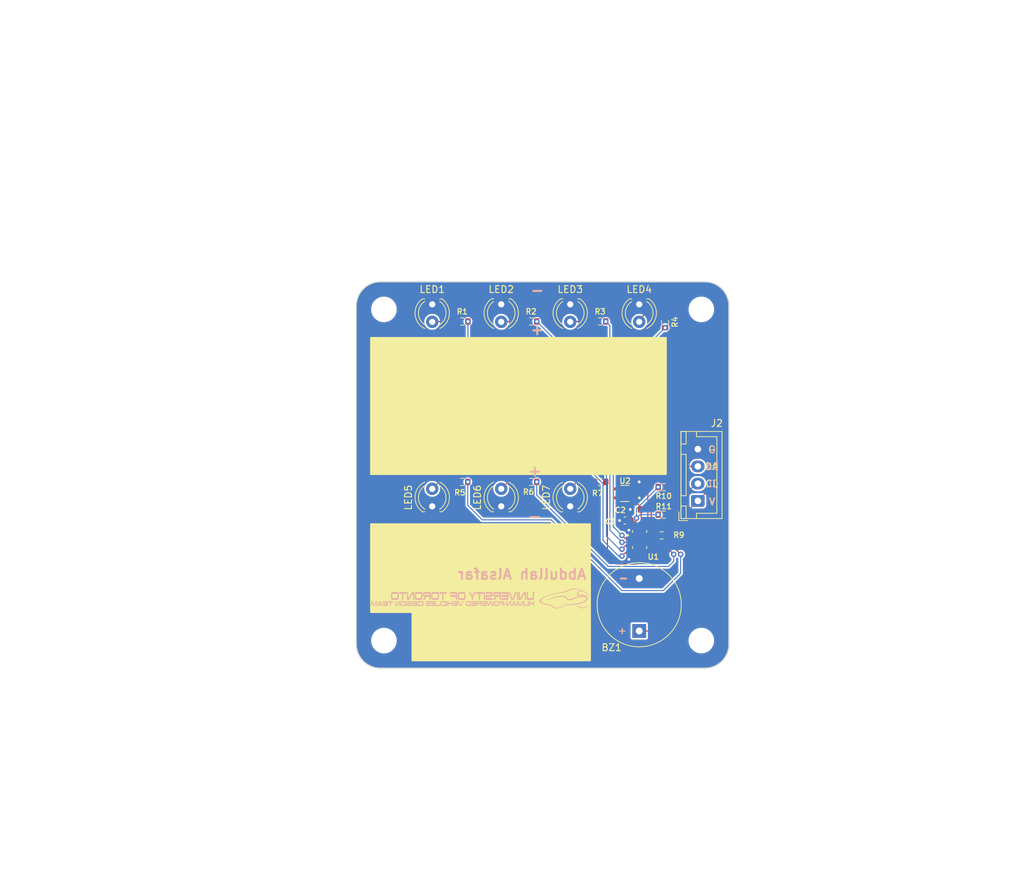
<source format=kicad_pcb>
(kicad_pcb (version 20241229) (generator "pcbnew") (generator_version "9.0")
  (layers (0 "F.Cu" signal) (2 "B.Cu" signal) (13 "F.Paste" user) (15 "B.Paste" user) (5 "F.SilkS" user "F.Silkscreen") (7 "B.SilkS" user "B.Silkscreen") (1 "F.Mask" user) (3 "B.Mask" user) (25 "Edge.Cuts" user))
  (net 0 "")
  (net 1 "BUZ")
  (net 2 "GND")
  (net 3 "+5V")
  (net 4 "Net-(LED1-A)")
  (net 5 "SDA")
  (net 6 "SCL")
  (net 7 "+3V3")
  (net 8 "Net-(LED2-A)")
  (net 9 "Net-(LED3-A)")
  (net 10 "Net-(LED4-A)")
  (net 11 "Net-(LED5-A)")
  (net 12 "Net-(LED6-A)")
  (net 13 "Net-(LED7-A)")
  (net 14 "LED1")
  (net 15 "LED2")
  (net 16 "LED3")
  (net 17 "LED4")
  (net 18 "LED5")
  (net 19 "LED6")
  (net 20 "LED7")
  (net 21 "Net-(U1-~{INT})")
  (footprint "Resistor_SMD:R_0603_1608Metric" (layer "F.Cu") (at 115.35 88.75)
    (property "Reference" "R1" (at 0 -1.43 0) (layer "F.SilkS") (effects (font (size 0.8 0.8))))
    (property "Value" "430")
    (pad "1" smd roundrect (at -0.825 0) (size 0.8 0.95) (layers "F.Cu" "F.Mask" "F.Paste") (net 4 "Net-(LED1-A)"))
    (pad "2" smd roundrect (at 0.825 0) (size 0.8 0.95) (layers "F.Cu" "F.Mask" "F.Paste") (net 14 "LED1"))
  )
  (footprint "LED_THT:LED_D4.0mm" (layer "F.Cu") (at 121 115.54 90)
    (property "Reference" "LED6" (at 1.27 -3.46 90) (layer "F.SilkS"))
    (property "Value" "LED")
    (pad "1" thru_hole rect (at 0 0 90) (size 1.8 1.8) (drill 0.9) (layers "*.Cu" "*.Mask") (net 2 "GND"))
    (pad "2" thru_hole circle (at 2.54 0 90) (size 1.8 1.8) (drill 0.9) (layers "*.Cu" "*.Mask") (net 12 "Net-(LED6-A)"))
  )
  (footprint "Capacitor_SMD:C_0603_1608Metric" (layer "F.Cu") (at 140.475 116 180)
    (property "Reference" "C2" (at 2.225 -0.1 0) (layer "F.SilkS") (effects (font (size 0.8 0.8))))
    (property "Value" "0.1uF")
    (pad "1" smd roundrect (at -0.775 0 180) (size 0.9 0.95) (layers "F.Cu" "F.Mask" "F.Paste") (net 3 "+5V"))
    (pad "2" smd roundrect (at 0.775 0 180) (size 0.9 0.95) (layers "F.Cu" "F.Mask" "F.Paste") (net 2 "GND"))
  )
  (footprint "MountingHole:MountingHole_3.2mm_M3" (layer "F.Cu") (at 150 135)
    (property "Reference" "REF**" (hide yes))
    (property "Value" "MountingHole_3.2mm_M3")
    (pad "" np_thru_hole circle (at 0 0) (size 3.2 3.2) (drill 3.2) (layers "*.Cu" "*.Mask"))
  )
  (footprint "Resistor_SMD:R_0603_1608Metric" (layer "F.Cu") (at 125.325 88.75)
    (property "Reference" "R2" (at 0 -1.43 0) (layer "F.SilkS") (effects (font (size 0.8 0.8))))
    (property "Value" "430")
    (pad "1" smd roundrect (at -0.825 0) (size 0.8 0.95) (layers "F.Cu" "F.Mask" "F.Paste") (net 8 "Net-(LED2-A)"))
    (pad "2" smd roundrect (at 0.825 0) (size 0.8 0.95) (layers "F.Cu" "F.Mask" "F.Paste") (net 15 "LED2"))
  )
  (footprint "TLV70033DCKR:SOT65P210X110-5N" (layer "F.Cu") (at 138.918312 113.669838 180)
    (property "Reference" "U2" (at -0.031688 1.819838 0) (layer "F.SilkS") (effects (font (size 0.8 0.8))))
    (property "Value" "TLV70033DCKR")
    (pad "1" smd roundrect (at -0.96 -0.65 180) (size 1.19 0.4) (layers "F.Cu" "F.Mask" "F.Paste") (roundrect_rratio 0.125) (net 3 "+5V"))
    (pad "2" smd roundrect (at -0.96 0 180) (size 1.19 0.4) (layers "F.Cu" "F.Mask" "F.Paste") (roundrect_rratio 0.125) (net 2 "GND"))
    (pad "3" smd roundrect (at -0.96 0.65 180) (size 1.19 0.4) (layers "F.Cu" "F.Mask" "F.Paste") (roundrect_rratio 0.125) (net 3 "+5V"))
    (pad "4" smd roundrect (at 0.96 0.65 180) (size 1.19 0.4) (layers "F.Cu" "F.Mask" "F.Paste") (roundrect_rratio 0.125))
    (pad "5" smd roundrect (at 0.96 -0.65 180) (size 1.19 0.4) (layers "F.Cu" "F.Mask" "F.Paste") (roundrect_rratio 0.125) (net 7 "+3V3"))
  )
  (footprint "LED_THT:LED_D4.0mm" (layer "F.Cu") (at 111 86.26 -90)
    (property "Reference" "LED1" (at -2.16 0 180) (layer "F.SilkS"))
    (property "Value" "LED")
    (pad "1" thru_hole rect (at 0 0 270) (size 1.8 1.8) (drill 0.9) (layers "*.Cu" "*.Mask") (net 2 "GND"))
    (pad "2" thru_hole circle (at 2.54 0 270) (size 1.8 1.8) (drill 0.9) (layers "*.Cu" "*.Mask") (net 4 "Net-(LED1-A)"))
  )
  (footprint "LED_THT:LED_D4.0mm" (layer "F.Cu") (at 111 115.54 90)
    (property "Reference" "LED5" (at 1.27 -3.46 90) (layer "F.SilkS"))
    (property "Value" "LED")
    (pad "1" thru_hole rect (at 0 0 90) (size 1.8 1.8) (drill 0.9) (layers "*.Cu" "*.Mask") (net 2 "GND"))
    (pad "2" thru_hole circle (at 2.54 0 90) (size 1.8 1.8) (drill 0.9) (layers "*.Cu" "*.Mask") (net 11 "Net-(LED5-A)"))
  )
  (footprint "Buzzer_Beeper:Buzzer_12x9.5RM7.6" (layer "F.Cu") (at 141 133.6 90)
    (property "Reference" "BZ1" (at -2.4 -4 180) (layer "F.SilkS"))
    (property "Value" "Buzzer")
    (fp_text user "+" (at -0.01 -2.54 90) (layer "B.SilkS"))
    (pad "1" thru_hole rect (at 0 0 90) (size 2 2) (drill 1) (layers "*.Cu" "*.Mask") (net 1 "BUZ"))
    (pad "2" thru_hole circle (at 7.6 0 90) (size 2 2) (drill 1) (layers "*.Cu" "*.Mask") (net 2 "GND"))
  )
  (footprint "Capacitor_SMD:C_0603_1608Metric" (layer "F.Cu") (at 138.925 117.6 180)
    (property "Reference" "C1" (at 2.025 -0.15 0) (layer "F.SilkS") (effects (font (size 0.8 0.8))))
    (property "Value" "0.1uF")
    (pad "1" smd roundrect (at -0.775 0 180) (size 0.9 0.95) (layers "F.Cu" "F.Mask" "F.Paste") (net 7 "+3V3"))
    (pad "2" smd roundrect (at 0.775 0 180) (size 0.9 0.95) (layers "F.Cu" "F.Mask" "F.Paste") (net 2 "GND"))
  )
  (footprint "Resistor_SMD:R_0603_1608Metric" (layer "F.Cu") (at 125.325 112)
    (property "Reference" "R6" (at -0.375 1.45 0) (layer "F.SilkS") (effects (font (size 0.8 0.8))))
    (property "Value" "430")
    (pad "1" smd roundrect (at -0.825 0) (size 0.8 0.95) (layers "F.Cu" "F.Mask" "F.Paste") (net 12 "Net-(LED6-A)"))
    (pad "2" smd roundrect (at 0.825 0) (size 0.8 0.95) (layers "F.Cu" "F.Mask" "F.Paste") (net 19 "LED6"))
  )
  (footprint "LED_THT:LED_D4.0mm" (layer "F.Cu") (at 131 115.54 90)
    (property "Reference" "LED7" (at 1.27 -3.46 90) (layer "F.SilkS"))
    (property "Value" "LED")
    (pad "1" thru_hole rect (at 0 0 90) (size 1.8 1.8) (drill 0.9) (layers "*.Cu" "*.Mask") (net 2 "GND"))
    (pad "2" thru_hole circle (at 2.54 0 90) (size 1.8 1.8) (drill 0.9) (layers "*.Cu" "*.Mask") (net 13 "Net-(LED7-A)"))
  )
  (footprint "MountingHole:MountingHole_3.2mm_M3" (layer "F.Cu") (at 150 87)
    (property "Reference" "REF**" (hide yes))
    (property "Value" "MountingHole_3.2mm_M3")
    (pad "" np_thru_hole circle (at 0 0) (size 3.2 3.2) (drill 3.2) (layers "*.Cu" "*.Mask"))
  )
  (footprint "Resistor_SMD:R_0603_1608Metric" (layer "F.Cu") (at 115.325 112)
    (property "Reference" "R5" (at -0.325 1.55 0) (layer "F.SilkS") (effects (font (size 0.8 0.8))))
    (property "Value" "430")
    (pad "1" smd roundrect (at -0.825 0) (size 0.8 0.95) (layers "F.Cu" "F.Mask" "F.Paste") (net 11 "Net-(LED5-A)"))
    (pad "2" smd roundrect (at 0.825 0) (size 0.8 0.95) (layers "F.Cu" "F.Mask" "F.Paste") (net 18 "LED5"))
  )
  (footprint "MountingHole:MountingHole_3.2mm_M3" (layer "F.Cu") (at 104 87)
    (property "Reference" "REF**" (hide yes))
    (property "Value" "MountingHole_3.2mm_M3")
    (pad "" np_thru_hole circle (at 0 0) (size 3.2 3.2) (drill 3.2) (layers "*.Cu" "*.Mask"))
  )
  (footprint "TCA6408ARSVR:QFN40P180X260X55-16N" (layer "F.Cu") (at 141.062512 120.338142)
    (property "Reference" "U1" (at 1.987488 2.511858 0) (layer "F.SilkS") (effects (font (size 0.8 0.8))))
    (property "Value" "TCA6408ARSVR")
    (pad "1" smd roundrect (at -0.795 -0.6) (size 0.91 0.22) (layers "F.Cu" "F.Mask" "F.Paste") (roundrect_rratio 0.125) (net 7 "+3V3"))
    (pad "2" smd roundrect (at -0.845 -0.2) (size 0.81 0.22) (layers "F.Cu" "F.Mask" "F.Paste") (roundrect_rratio 0.125) (net 17 "LED4"))
    (pad "3" smd roundrect (at -0.845 0.2) (size 0.81 0.22) (layers "F.Cu" "F.Mask" "F.Paste") (roundrect_rratio 0.125) (net 16 "LED3"))
    (pad "4" smd roundrect (at -0.845 0.6) (size 0.81 0.22) (layers "F.Cu" "F.Mask" "F.Paste") (roundrect_rratio 0.125) (net 15 "LED2"))
    (pad "5" smd roundrect (at -0.6 1.245) (size 0.22 0.81) (layers "F.Cu" "F.Mask" "F.Paste") (roundrect_rratio 0.125) (net 14 "LED1"))
    (pad "6" smd roundrect (at -0.2 1.245) (size 0.22 0.81) (layers "F.Cu" "F.Mask" "F.Paste") (roundrect_rratio 0.125) (net 2 "GND"))
    (pad "7" smd roundrect (at 0.2 1.245) (size 0.22 0.81) (layers "F.Cu" "F.Mask" "F.Paste") (roundrect_rratio 0.125) (net 20 "LED7"))
    (pad "8" smd roundrect (at 0.6 1.245) (size 0.22 0.81) (layers "F.Cu" "F.Mask" "F.Paste") (roundrect_rratio 0.125) (net 19 "LED6"))
    (pad "9" smd roundrect (at 0.845 0.6) (size 0.81 0.22) (layers "F.Cu" "F.Mask" "F.Paste") (roundrect_rratio 0.125) (net 18 "LED5"))
    (pad "10" smd roundrect (at 0.845 0.2) (size 0.81 0.22) (layers "F.Cu" "F.Mask" "F.Paste") (roundrect_rratio 0.125) (net 1 "BUZ"))
    (pad "11" smd roundrect (at 0.845 -0.2) (size 0.81 0.22) (layers "F.Cu" "F.Mask" "F.Paste") (roundrect_rratio 0.125) (net 21 "Net-(U1-~{INT})"))
    (pad "12" smd roundrect (at 0.845 -0.6) (size 0.81 0.22) (layers "F.Cu" "F.Mask" "F.Paste") (roundrect_rratio 0.125) (net 6 "SCL"))
    (pad "13" smd roundrect (at 0.6 -1.245) (size 0.22 0.81) (layers "F.Cu" "F.Mask" "F.Paste") (roundrect_rratio 0.125) (net 5 "SDA"))
    (pad "14" smd roundrect (at 0.2 -1.245) (size 0.22 0.81) (layers "F.Cu" "F.Mask" "F.Paste") (roundrect_rratio 0.125) (net 3 "+5V"))
    (pad "15" smd roundrect (at -0.2 -1.245) (size 0.22 0.81) (layers "F.Cu" "F.Mask" "F.Paste") (roundrect_rratio 0.125) (net 7 "+3V3"))
    (pad "16" smd roundrect (at -0.6 -1.245) (size 0.22 0.81) (layers "F.Cu" "F.Mask" "F.Paste") (roundrect_rratio 0.125) (net 2 "GND"))
  )
  (footprint "Resistor_SMD:R_0603_1608Metric" (layer "F.Cu") (at 135.325 112)
    (property "Reference" "R7" (at -0.375 1.65 0) (layer "F.SilkS") (effects (font (size 0.8 0.8))))
    (property "Value" "430")
    (pad "1" smd roundrect (at -0.825 0) (size 0.8 0.95) (layers "F.Cu" "F.Mask" "F.Paste") (net 13 "Net-(LED7-A)"))
    (pad "2" smd roundrect (at 0.825 0) (size 0.8 0.95) (layers "F.Cu" "F.Mask" "F.Paste") (net 20 "LED7"))
  )
  (footprint "Connector_JST:JST_XH_B4B-XH-A_1x04_P2.50mm_Vertical" (layer "F.Cu") (at 149.5 114.75 90)
    (property "Reference" "J2" (at 11.25 2.75 0) (layer "F.SilkS"))
    (property "Value" "Conn_01x04_Pin")
    (pad "1" thru_hole roundrect (at 0 0 90) (size 1.7 1.95) (drill 0.95) (layers "*.Cu" "*.Mask") (roundrect_rratio 0.147059) (net 3 "+5V"))
    (pad "2" thru_hole oval (at 2.5 0 90) (size 1.7 1.95) (drill 0.95) (layers "*.Cu" "*.Mask") (net 6 "SCL"))
    (pad "3" thru_hole oval (at 5 0 90) (size 1.7 1.95) (drill 0.95) (layers "*.Cu" "*.Mask") (net 5 "SDA"))
    (pad "4" thru_hole oval (at 7.5 0 90) (size 1.7 1.95) (drill 0.95) (layers "*.Cu" "*.Mask") (net 2 "GND"))
  )
  (footprint "Resistor_SMD:R_0603_1608Metric" (layer "F.Cu") (at 144.575 116.75 180)
    (property "Reference" "R11" (at 0.025 1.2 0) (layer "F.SilkS") (effects (font (size 0.8 0.8))))
    (property "Value" "10k")
    (pad "1" smd roundrect (at -0.825 0 180) (size 0.8 0.95) (layers "F.Cu" "F.Mask" "F.Paste") (net 6 "SCL"))
    (pad "2" smd roundrect (at 0.825 0 180) (size 0.8 0.95) (layers "F.Cu" "F.Mask" "F.Paste") (net 7 "+3V3"))
  )
  (footprint "Resistor_SMD:R_0603_1608Metric" (layer "F.Cu") (at 144.575 112.75 180)
    (property "Reference" "R10" (at 0.025 -1.3 0) (layer "F.SilkS") (effects (font (size 0.8 0.8) (thickness 0.15) (bold yes))))
    (property "Value" "10k")
    (pad "1" smd roundrect (at -0.825 0 180) (size 0.8 0.95) (layers "F.Cu" "F.Mask" "F.Paste") (net 5 "SDA"))
    (pad "2" smd roundrect (at 0.825 0 180) (size 0.8 0.95) (layers "F.Cu" "F.Mask" "F.Paste") (net 7 "+3V3"))
  )
  (footprint "Resistor_SMD:R_0603_1608Metric" (layer "F.Cu") (at 135.325 88.75)
    (property "Reference" "R3" (at 0 -1.43 0) (layer "F.SilkS") (effects (font (size 0.8 0.8))))
    (property "Value" "430")
    (pad "1" smd roundrect (at -0.825 0) (size 0.8 0.95) (layers "F.Cu" "F.Mask" "F.Paste") (net 9 "Net-(LED3-A)"))
    (pad "2" smd roundrect (at 0.825 0) (size 0.8 0.95) (layers "F.Cu" "F.Mask" "F.Paste") (net 16 "LED3"))
  )
  (footprint "LED_THT:LED_D4.0mm" (layer "F.Cu") (at 131 86.26 -90)
    (property "Reference" "LED3" (at -2.16 0 0) (layer "F.SilkS"))
    (property "Value" "LED")
    (pad "1" thru_hole rect (at 0 0 270) (size 1.8 1.8) (drill 0.9) (layers "*.Cu" "*.Mask") (net 2 "GND"))
    (pad "2" thru_hole circle (at 2.54 0 270) (size 1.8 1.8) (drill 0.9) (layers "*.Cu" "*.Mask") (net 9 "Net-(LED3-A)"))
  )
  (footprint "MountingHole:MountingHole_3.2mm_M3" (layer "F.Cu") (at 104 135)
    (property "Reference" "REF**" (hide yes))
    (property "Value" "MountingHole_3.2mm_M3")
    (pad "" np_thru_hole circle (at 0 0) (size 3.2 3.2) (drill 3.2) (layers "*.Cu" "*.Mask"))
  )
  (footprint "LED_THT:LED_D4.0mm" (layer "F.Cu") (at 121 86.26 -90)
    (property "Reference" "LED2" (at -2.16 0 180) (layer "F.SilkS"))
    (property "Value" "LED")
    (pad "1" thru_hole rect (at 0 0 270) (size 1.8 1.8) (drill 0.9) (layers "*.Cu" "*.Mask") (net 2 "GND"))
    (pad "2" thru_hole circle (at 2.54 0 270) (size 1.8 1.8) (drill 0.9) (layers "*.Cu" "*.Mask") (net 8 "Net-(LED2-A)"))
  )
  (footprint "Resistor_SMD:R_0603_1608Metric" (layer "F.Cu") (at 144.75 88.825 -90)
    (property "Reference" "R4" (at 0 -1.43 90) (layer "F.SilkS") (effects (font (size 0.8 0.8))))
    (property "Value" "430")
    (pad "1" smd roundrect (at -0.825 0 270) (size 0.8 0.95) (layers "F.Cu" "F.Mask" "F.Paste") (net 10 "Net-(LED4-A)"))
    (pad "2" smd roundrect (at 0.825 0 270) (size 0.8 0.95) (layers "F.Cu" "F.Mask" "F.Paste") (net 17 "LED4"))
  )
  (footprint "Resistor_SMD:R_0603_1608Metric" (layer "F.Cu") (at 144.25 119.75)
    (property "Reference" "R9" (at 2.5 -0.05 0) (layer "F.SilkS") (effects (font (size 0.8 0.8))))
    (property "Value" "10k")
    (pad "1" smd roundrect (at -0.825 0) (size 0.8 0.95) (layers "F.Cu" "F.Mask" "F.Paste") (net 21 "Net-(U1-~{INT})"))
    (pad "2" smd roundrect (at 0.825 0) (size 0.8 0.95) (layers "F.Cu" "F.Mask" "F.Paste") (net 3 "+5V"))
  )
  (footprint "LED_THT:LED_D4.0mm" (layer "F.Cu") (at 141 86.26 -90)
    (property "Reference" "LED4" (at -2.16 0 180) (layer "F.SilkS"))
    (property "Value" "LED")
    (pad "1" thru_hole rect (at 0 0 270) (size 1.8 1.8) (drill 0.9) (layers "*.Cu" "*.Mask") (net 2 "GND"))
    (pad "2" thru_hole circle (at 2.54 0 270) (size 1.8 1.8) (drill 0.9) (layers "*.Cu" "*.Mask") (net 10 "Net-(LED4-A)"))
  )
  (footprint "Symbol:HPVDT-Logo_1526.1x139.6mm_SilkScreen" (layer "B.Cu") (at 118.006 128.917 180)
    (property "Reference" "G***" (hide yes))
    (property "Value" "LOGO" (hide yes))
  )
  (gr_line (start 150.5 139) (end 103.5 139) (stroke (width 0.15)) (layer "Edge.Cuts"))
  (gr_line (start 103.5 83) (end 150.5 83) (stroke (width 0.15)) (layer "Edge.Cuts"))
  (gr_arc (start 100 86.5) (mid 101.025126 84.025126) (end 103.5 83) (stroke (width 0.15)) (layer "Edge.Cuts"))
  (gr_arc (start 103.5 139) (mid 101.025126 137.974874) (end 100 135.5) (stroke (width 0.15)) (layer "Edge.Cuts"))
  (gr_line (start 154 86.5) (end 154 135.5) (stroke (width 0.15)) (layer "Edge.Cuts"))
  (gr_arc (start 150.5 83) (mid 152.974874 84.025126) (end 154 86.5) (stroke (width 0.15)) (layer "Edge.Cuts"))
  (gr_line (start 100 135.5) (end 100 86.5) (stroke (width 0.15)) (layer "Edge.Cuts"))
  (gr_arc (start 154 135.5) (mid 152.974874 137.974874) (end 150.5 139) (stroke (width 0.15)) (layer "Edge.Cuts"))
  (gr_text "+" (at 138.46 133.61 90) (layer "F.SilkS") (effects (font (size 1 1))))
  (gr_text "CL" (at 150.5055 112.85 0) (layer "F.SilkS") (effects (font (size 1 1)) (justify left bottom)))
  (gr_text "G" (at 150.9155 107.9 0) (layer "F.SilkS") (effects (font (size 1 1)) (justify left bottom)))
  (gr_text "-" (at 139.5 125.5 180) (layer "F.SilkS") (effects (font (size 1 1) (thickness 0.25) (bold yes)) (justify left bottom)))
  (gr_text "DA" (at 150.47 110.35 0) (layer "F.SilkS") (effects (font (size 1 1)) (justify left bottom)))
  (gr_text "V" (at 151.066 115.45 0) (layer "F.SilkS") (effects (font (size 1 1)) (justify left bottom)))
  (gr_text "+" (at 125.095 90.805 0) (layer "B.SilkS") (effects (font (size 1.5 1.5) (thickness 0.3) (bold yes)) (justify left bottom)))
  (gr_text "-" (at 139.5 125.5 180) (layer "B.SilkS") (effects (font (size 1 1) (thickness 0.25) (bold yes)) (justify left bottom)))
  (gr_text "CL" (at 152.6145 112.85 0) (layer "B.SilkS") (effects (font (size 1 1)) (justify left bottom mirror)))
  (gr_text "V" (at 152.054 115.45 0) (layer "B.SilkS") (effects (font (size 1 1)) (justify left bottom mirror)))
  (gr_text "-" (at 125.095 85.09 0) (layer "B.SilkS") (effects (font (size 1.5 1.5) (thickness 0.3) (bold yes)) (justify left bottom)))
  (gr_text "DA" (at 152.65 110.35 0) (layer "B.SilkS") (effects (font (size 1 1)) (justify left bottom mirror)))
  (gr_text "G" (at 152.2045 107.9 0) (layer "B.SilkS") (effects (font (size 1 1)) (justify left bottom mirror)))
  (gr_text "+" (at 127 109.75 180) (layer "B.SilkS") (effects (font (size 1.5 1.5) (thickness 0.3) (bold yes)) (justify left bottom)))
  (gr_text "Abdullah Alsafar" (at 133.5 126.25 0) (layer "B.SilkS") (effects (font (size 1.5 1.5) (thickness 0.3) (bold yes)) (justify left bottom mirror)))
  (gr_text "-" (at 127 116.332 180) (layer "B.SilkS") (effects (font (size 1.5 1.5) (thickness 0.3) (bold yes)) (justify left bottom)))
  (segment (start 141.907512 120.538142) (end 147.038142 120.538142) (width 0.15) (layer "F.Cu") (net 1))
  (segment (start 149 129.5) (end 144.9 133.6) (width 0.15) (layer "F.Cu") (net 1))
  (segment (start 147.038142 120.538142) (end 149 122.5) (width 0.15) (layer "F.Cu") (net 1))
  (segment (start 144.9 133.6) (end 141 133.6) (width 0.15) (layer "F.Cu") (net 1))
  (segment (start 149 122.5) (end 149 129.5) (width 0.15) (layer "F.Cu") (net 1))
  (segment (start 140.862512 122.887488) (end 140.862512 121.583142) (width 0.15) (layer "F.Cu") (net 2))
  (segment (start 140.36937 119) (end 140.462512 119.093142) (width 0.15) (layer "F.Cu") (net 2))
  (segment (start 139.5 119) (end 140.36937 119) (width 0.15) (layer "F.Cu") (net 2))
  (segment (start 141 113.339676) (end 140.669838 113.669838) (width 0.15) (layer "F.Cu") (net 2))
  (segment (start 139.5 123.225) (end 140.525 123.225) (width 0.15) (layer "F.Cu") (net 2))
  (segment (start 140.669838 113.669838) (end 139.878312 113.669838) (width 0.15) (layer "F.Cu") (net 2))
  (segment (start 140.525 123.225) (end 140.862512 122.887488) (width 0.15) (layer "F.Cu") (net 2))
  (segment (start 141 112) (end 141 113.339676) (width 0.15) (layer "F.Cu") (net 2))
  (via (at 139.7 116) (size 0.8) (drill 0.4) (layers "F.Cu" "B.Cu") (net 2))
  (via (at 138.15 117.6) (size 0.8) (drill 0.4) (layers "F.Cu" "B.Cu") (net 2))
  (via (at 141 112) (size 0.8) (drill 0.4) (layers "F.Cu" "B.Cu") (net 2))
  (via (at 139.5 119) (size 0.8) (drill 0.4) (layers "F.Cu" "B.Cu") (net 2))
  (via (at 139.5 123.225) (size 0.8) (drill 0.4) (layers "F.Cu" "B.Cu") (net 2))
  (segment (start 141.25 115.691526) (end 141.25 116) (width 0.15) (layer "F.Cu") (net 3))
  (segment (start 140.426 111.324) (end 142.5 111.324) (width 0.15) (layer "F.Cu") (net 3))
  (segment (start 141.276512 119.079142) (end 141.276512 116.026512) (width 0.15) (layer "F.Cu") (net 3))
  (segment (start 145.075 119.175) (end 145.075 119.75) (width 0.15) (layer "F.Cu") (net 3))
  (segment (start 148 108.5) (end 150.75 108.5) (width 0.15) (layer "F.Cu") (net 3))
  (segment (start 139.878312 111.871688) (end 140.426 111.324) (width 0.15) (layer "F.Cu") (net 3))
  (segment (start 150.75 108.5) (end 151.75 109.5) (width 0.15) (layer "F.Cu") (net 3))
  (segment (start 140.529237 114.970763) (end 141.25 115.691526) (width 0.15) (layer "F.Cu") (net 3))
  (segment (start 151.75 109.5) (end 151.75 112.5) (width 0.15) (layer "F.Cu") (net 3))
  (segment (start 151.75 112.5) (end 149.5 114.75) (width 0.15) (layer "F.Cu") (net 3))
  (segment (start 141.75 112.074) (end 142.5 111.324) (width 0.15) (layer "F.Cu") (net 3))
  (segment (start 139.878312 113.019838) (end 139.878312 111.871688) (width 0.15) (layer "F.Cu") (net 3))
  (segment (start 145.176 111.324) (end 148 108.5) (width 0.15) (layer "F.Cu") (net 3))
  (segment (start 140.529237 114.720763) (end 141.75 113.5) (width 0.15) (layer "F.Cu") (net 3))
  (segment (start 139.878312 114.319838) (end 140.529237 114.970763) (width 0.15) (layer "F.Cu") (net 3))
  (segment (start 141.262512 119.093142) (end 141.276512 119.079142) (width 0.15) (layer "F.Cu") (net 3))
  (segment (start 140.529237 114.970763) (end 140.529237 114.720763) (width 0.15) (layer "F.Cu") (net 3))
  (segment (start 141.276512 116.026512) (end 141.25 116) (width 0.15) (layer "F.Cu") (net 3))
  (segment (start 142.5 111.324) (end 145.176 111.324) (width 0.15) (layer "F.Cu") (net 3))
  (segment (start 149.5 114.75) (end 145.075 119.175) (width 0.15) (layer "F.Cu") (net 3))
  (segment (start 141.75 113.5) (end 141.75 112.074) (width 0.15) (layer "F.Cu") (net 3))
  (segment (start 111.05 88.75) (end 111 88.8) (width 0.15) (layer "F.Cu") (net 4))
  (segment (start 114.525 88.75) (end 111.05 88.75) (width 0.15) (layer "F.Cu") (net 4))
  (segment (start 146.25 111.9) (end 145.4 112.75) (width 0.15) (layer "F.Cu") (net 5))
  (segment (start 142.25 118.505654) (end 142.25 112.75) (width 0.15) (layer "F.Cu") (net 5))
  (segment (start 149.5 109.75) (end 148.25 109.75) (width 0.15) (layer "F.Cu") (net 5))
  (segment (start 148.25 109.75) (end 146.25 111.75) (width 0.15) (layer "F.Cu") (net 5))
  (segment (start 142.25 112.75) (end 143.25 111.75) (width 0.15) (layer "F.Cu") (net 5))
  (segment (start 143.25 111.75) (end 146.25 111.75) (width 0.15) (layer "F.Cu") (net 5))
  (segment (start 141.662512 119.093142) (end 142.25 118.505654) (width 0.15) (layer "F.Cu") (net 5))
  (segment (start 146.25 111.75) (end 146.25 111.9) (width 0.15) (layer "F.Cu") (net 5))
  (segment (start 142.75 115.75) (end 143.5 115) (width 0.15) (layer "F.Cu") (net 6))
  (segment (start 149.5 112.25) (end 149.25 112.25) (width 0.15) (layer "F.Cu") (net 6))
  (segment (start 146.5 115) (end 145.4 116.1) (width 0.15) (layer "F.Cu") (net 6))
  (segment (start 141.907512 119.738142) (end 142.75 118.895654) (width 0.15) (layer "F.Cu") (net 6))
  (segment (start 142.75 118.895654) (end 142.75 115.75) (width 0.15) (layer "F.Cu") (net 6))
  (segment (start 149.25 112.25) (end 146.5 115) (width 0.15) (layer "F.Cu") (net 6))
  (segment (start 143.5 115) (end 146.5 115) (width 0.15) (layer "F.Cu") (net 6))
  (segment (start 145.4 116.1) (end 145.4 116.75) (width 0.15) (layer "F.Cu") (net 6))
  (segment (start 140.862512 119.58312) (end 140.69349 119.752142) (width 0.15) (layer "F.Cu") (net 7))
  (segment (start 140.525 117.975) (end 140.15 117.6) (width 0.15) (layer "F.Cu") (net 7))
  (segment (start 140.862512 119.093142) (end 140.862512 119.58312) (width 0.15) (layer "F.Cu") (net 7))
  (segment (start 140.525 117.975) (end 140.525 117.326512) (width 0.15) (layer "F.Cu") (net 7))
  (segment (start 140.862512 118.312512) (end 140.525 117.975) (width 0.15) (layer "F.Cu") (net 7))
  (segment (start 140.862512 119.093142) (end 140.862512 118.312512) (width 0.15) (layer "F.Cu") (net 7))
  (segment (start 140.525 117.326512) (end 140.601512 117.25) (width 0.15) (layer "F.Cu") (net 7))
  (segment (start 140.15 117.6) (end 139.7 117.6) (width 0.15) (layer "F.Cu") (net 7))
  (segment (start 139.63 117.6) (end 139.7 117.6) (width 0.15) (layer "F.Cu") (net 7))
  (segment (start 137.958312 115.928312) (end 139.63 117.6) (width 0.15) (layer "F.Cu") (net 7))
  (segment (start 137.958312 114.319838) (end 137.958312 115.928312) (width 0.15) (layer "F.Cu") (net 7))
  (via (at 140.601512 117.25) (size 0.8) (drill 0.4) (layers "F.Cu" "B.Cu") (net 7))
  (via (at 143.75 116.75) (size 0.8) (drill 0.4) (layers "F.Cu" "B.Cu") (net 7))
  (via (at 143.75 112.75) (size 0.8) (drill 0.4) (layers "F.Cu" "B.Cu") (net 7))
  (segment (start 140.601512 117.25) (end 140.601512 115.898488) (width 0.15) (layer "B.Cu") (net 7))
  (segment (start 141.101512 116.75) (end 140.601512 117.25) (width 0.15) (layer "B.Cu") (net 7))
  (segment (start 140.601512 115.898488) (end 143.75 112.75) (width 0.15) (layer "B.Cu") (net 7))
  (segment (start 143.75 116.75) (end 141.101512 116.75) (width 0.15) (layer "B.Cu") (net 7))
  (segment (start 121.05 88.75) (end 121 88.8) (width 0.15) (layer "F.Cu") (net 8))
  (segment (start 124.5 88.75) (end 121.05 88.75) (width 0.15) (layer "F.Cu") (net 8))
  (segment (start 131.05 88.75) (end 131 88.8) (width 0.15) (layer "F.Cu") (net 9))
  (segment (start 134.5 88.75) (end 131.05 88.75) (width 0.15) (layer "F.Cu") (net 9))
  (segment (start 144.75 87.5) (end 144.5 87.25) (width 0.15) (layer "F.Cu") (net 10))
  (segment (start 144.5 87.25) (end 142.25 87.25) (width 0.15) (layer "F.Cu") (net 10))
  (segment (start 142.25 87.25) (end 141 88.5) (width 0.15) (layer "F.Cu") (net 10))
  (segment (start 144.75 88) (end 144.75 87.5) (width 0.15) (layer "F.Cu") (net 10))
  (segment (start 141 88.5) (end 141 88.8) (width 0.15) (layer "F.Cu") (net 10))
  (segment (start 114.5 112) (end 112 112) (width 0.15) (layer "F.Cu") (net 11))
  (segment (start 112 112) (end 111 113) (width 0.15) (layer "F.Cu") (net 11))
  (segment (start 122 112) (end 121 113) (width 0.15) (layer "F.Cu") (net 12))
  (segment (start 124.5 112) (end 122 112) (width 0.15) (layer "F.Cu") (net 12))
  (segment (start 132 112) (end 131 113) (width 0.15) (layer "F.Cu") (net 13))
  (segment (start 134.5 112) (end 132 112) (width 0.15) (layer "F.Cu") (net 13))
  (segment (start 139.5 121.75) (end 140.295654 121.75) (width 0.15) (layer "F.Cu") (net 14))
  (segment (start 140.295654 121.75) (end 140.462512 121.583142) (width 0.15) (layer "F.Cu") (net 14))
  (segment (start 138.5 122.75) (end 139.5 121.75) (width 0.15) (layer "F.Cu") (net 14))
  (via (at 138.5 122.75) (size 0.8) (drill 0.4) (layers "F.Cu" "B.Cu") (net 14))
  (via (at 116.175 88.75) (size 0.8) (drill 0.4) (layers "F.Cu" "B.Cu") (net 14))
  (segment (start 135.75 112.25) (end 116.175 92.675) (width 0.15) (layer "B.Cu") (net 14))
  (segment (start 116.175 92.675) (end 116.175 88.75) (width 0.15) (layer "B.Cu") (net 14))
  (segment (start 135.75 120.5) (end 135.75 112.25) (width 0.15) (layer "B.Cu") (net 14))
  (segment (start 138 122.75) (end 135.75 120.5) (width 0.15) (layer "B.Cu") (net 14))
  (segment (start 138.5 122.75) (end 138 122.75) (width 0.15) (layer "B.Cu") (net 14))
  (segment (start 140.203512 120.924142) (end 140.217512 120.938142) (width 0.15) (layer "F.Cu") (net 15))
  (segment (start 138.5 121.75) (end 138.500003 121.75) (width 0.15) (layer "F.Cu") (net 15))
  (segment (start 138.500003 121.75) (end 139.000003 121.25) (width 0.15) (layer "F.Cu") (net 15))
  (segment (start 139.000003 121.25) (end 139.905676 121.25) (width 0.15) (layer "F.Cu") (net 15))
  (segment (start 140.203512 120.952164) (end 140.203512 120.924142) (width 0.15) (layer "F.Cu") (net 15))
  (segment (start 140.061858 120.938142) (end 140.217512 120.938142) (width 0.15) (layer "F.Cu") (net 15))
  (segment (start 139.905676 121.25) (end 140.203512 120.952164) (width 0.15) (layer "F.Cu") (net 15))
  (via (at 138.5 121.75) (size 0.8) (drill 0.4) (layers "F.Cu" "B.Cu") (net 15))
  (via (at 126.15 88.75) (size 0.8) (drill 0.4) (layers "F.Cu" "B.Cu") (net 15))
  (segment (start 136.25 119.875) (end 136.25 98.85) (width 0.15) (layer "B.Cu") (net 15))
  (segment (start 136.25 98.85) (end 126.15 88.75) (width 0.15) (layer "B.Cu") (net 15))
  (segment (start 138.125 121.75) (end 136.25 119.875) (width 0.15) (layer "B.Cu") (net 15))
  (segment (start 138.5 121.75) (end 138.125 121.75) (width 0.15) (layer "B.Cu") (net 15))
  (segment (start 139.25 120.75) (end 139.461858 120.538142) (width 0.15) (layer "F.Cu") (net 16))
  (segment (start 138.5 120.749997) (end 138.826287 120.749997) (width 0.15) (layer "F.Cu") (net 16))
  (segment (start 138.826287 120.749997) (end 138.82629 120.75) (width 0.15) (layer "F.Cu") (net 16))
  (segment (start 139.461858 120.538142) (end 140.217512 120.538142) (width 0.15) (layer "F.Cu") (net 16))
  (segment (start 138.82629 120.75) (end 139.25 120.75) (width 0.15) (layer "F.Cu") (net 16))
  (via (at 138.5 120.749997) (size 0.8) (drill 0.4) (layers "F.Cu" "B.Cu") (net 16))
  (via (at 136.15 88.75) (size 0.8) (drill 0.4) (layers "F.Cu" "B.Cu") (net 16))
  (segment (start 138.5 120.749997) (end 136.75 118.999997) (width 0.15) (layer "B.Cu") (net 16))
  (segment (start 136.75 89.35) (end 136.15 88.75) (width 0.15) (layer "B.Cu") (net 16))
  (segment (start 136.75 118.999997) (end 136.75 89.35) (width 0.15) (layer "B.Cu") (net 16))
  (segment (start 140.217512 120.138142) (end 138.888148 120.138142) (width 0.15) (layer "F.Cu") (net 17))
  (segment (start 138.888148 120.138142) (end 138.5 119.749994) (width 0.15) (layer "F.Cu") (net 17))
  (via (at 144.75 89.65) (size 0.8) (drill 0.4) (layers "F.Cu" "B.Cu") (net 17))
  (via (at 138.5 119.749994) (size 0.8) (drill 0.4) (layers "F.Cu" "B.Cu") (net 17))
  (segment (start 137.25 97.15) (end 144.75 89.65) (width 0.15) (layer "B.Cu") (net 17))
  (segment (start 138.5 119.749994) (end 137.25 118.499994) (width 0.15) (layer "B.Cu") (net 17))
  (segment (start 137.25 118.499994) (end 137.25 97.15) (width 0.15) (layer "B.Cu") (net 17))
  (segment (start 147 122.5) (end 145.438142 120.938142) (width 0.15) (layer "F.Cu") (net 18))
  (segment (start 145.438142 120.938142) (end 141.907512 120.938142) (width 0.15) (layer "F.Cu") (net 18))
  (via (at 147 122.5) (size 0.8) (drill 0.4) (layers "F.Cu" "B.Cu") (net 18))
  (via (at 116.15 112) (size 0.8) (drill 0.4) (layers "F.Cu" "B.Cu") (net 18))
  (segment (start 116.15 112) (end 116.15 115.4) (width 0.15) (layer "B.Cu") (net 18))
  (segment (start 147 125.25) (end 147 122.5) (width 0.15) (layer "B.Cu") (net 18))
  (segment (start 118.25 117.5) (end 128.25 117.5) (width 0.15) (layer "B.Cu") (net 18))
  (segment (start 128.25 117.5) (end 138.5 127.75) (width 0.15) (layer "B.Cu") (net 18))
  (segment (start 144.5 127.75) (end 147 125.25) (width 0.15) (layer "B.Cu") (net 18))
  (segment (start 116.15 115.4) (end 118.25 117.5) (width 0.15) (layer "B.Cu") (net 18))
  (segment (start 138.5 127.75) (end 144.5 127.75) (width 0.15) (layer "B.Cu") (net 18))
  (segment (start 145.249997 121.75) (end 141.82937 121.75) (width 0.15) (layer "F.Cu") (net 19))
  (segment (start 141.82937 121.75) (end 141.662512 121.583142) (width 0.15) (layer "F.Cu") (net 19))
  (segment (start 145.999997 122.5) (end 145.249997 121.75) (width 0.15) (layer "F.Cu") (net 19))
  (via (at 126.15 112) (size 0.8) (drill 0.4) (layers "F.Cu" "B.Cu") (net 19))
  (via (at 145.999997 122.5) (size 0.8) (drill 0.4) (layers "F.Cu" "B.Cu") (net 19))
  (segment (start 126.15 113.9) (end 126.15 112) (width 0.15) (layer "B.Cu") (net 19))
  (segment (start 145.999997 123.500003) (end 146 123.500006) (width 0.15) (layer "B.Cu") (net 19))
  (segment (start 146 123.500006) (end 145.999994 123.500006) (width 0.15) (layer "B.Cu") (net 19))
  (segment (start 145.999997 122.5) (end 145.999997 123.500003) (width 0.15) (layer "B.Cu") (net 19))
  (segment (start 145.25 124.25) (end 136.5 124.25) (width 0.15) (layer "B.Cu") (net 19))
  (segment (start 145.999994 123.500006) (end 145.25 124.25) (width 0.15) (layer "B.Cu") (net 19))
  (segment (start 136.5 124.25) (end 126.15 113.9) (width 0.15) (layer "B.Cu") (net 19))
  (segment (start 136.4 122.6) (end 136.4 112.25) (width 0.15) (layer "F.Cu") (net 20))
  (segment (start 141.262512 123.237488) (end 140.6 123.9) (width 0.15) (layer "F.Cu") (net 20))
  (segment (start 141.262512 121.583142) (end 141.262512 123.237488) (width 0.15) (layer "F.Cu") (net 20))
  (segment (start 136.4 112.25) (end 136.15 112) (width 0.15) (layer "F.Cu") (net 20))
  (segment (start 140.6 123.9) (end 137.7 123.9) (width 0.15) (layer "F.Cu") (net 20))
  (segment (start 137.7 123.9) (end 136.4 122.6) (width 0.15) (layer "F.Cu") (net 20))
  (segment (start 141.907512 120.138142) (end 143.036858 120.138142) (width 0.15) (layer "F.Cu") (net 21))
  (segment (start 143.036858 120.138142) (end 143.425 119.75) (width 0.15) (layer "F.Cu") (net 21))
  (zone (net 2) (net_name "GND") (layer "B.Cu") (connect_pads yes (clearance 0.25)) (min_thickness 0.05) (fill yes (thermal_gap 0.5) (thermal_bridge_width 0.5))
    (polygon (pts (xy 154 83) (xy 100 83) (xy 100 139) (xy 154 139)))
  )
  (zone (net 0) (net_name "") (layer "F.SilkS") (connect_pads (clearance 0.5)) (min_thickness 0.25) (fill yes (thermal_gap 0.5) (thermal_bridge_width 0.5))
    (polygon (pts (xy 102 91) (xy 145 91) (xy 145 111) (xy 102 111)))
  )
  (zone (net 0) (net_name "") (layer "F.SilkS") (connect_pads (clearance 0.5)) (min_thickness 0.25) (fill yes (thermal_gap 0.5) (thermal_bridge_width 0.5))
    (polygon (pts (xy 108 131) (xy 102 131) (xy 102 118) (xy 134 118) (xy 134 138) (xy 108 138)))
  )
)
</source>
